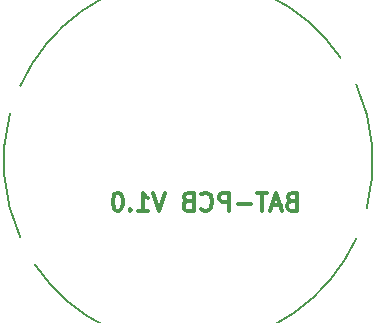
<source format=gbr>
%TF.GenerationSoftware,KiCad,Pcbnew,(6.0.7-1)-1*%
%TF.CreationDate,2023-11-13T05:29:29+10:00*%
%TF.ProjectId,BATT-PCB,42415454-2d50-4434-922e-6b696361645f,rev?*%
%TF.SameCoordinates,Original*%
%TF.FileFunction,Legend,Bot*%
%TF.FilePolarity,Positive*%
%FSLAX46Y46*%
G04 Gerber Fmt 4.6, Leading zero omitted, Abs format (unit mm)*
G04 Created by KiCad (PCBNEW (6.0.7-1)-1) date 2023-11-13 05:29:29*
%MOMM*%
%LPD*%
G01*
G04 APERTURE LIST*
%ADD10C,0.300000*%
%ADD11C,0.150000*%
G04 APERTURE END LIST*
D10*
X99741714Y-79902857D02*
X99527428Y-79974285D01*
X99456000Y-80045714D01*
X99384571Y-80188571D01*
X99384571Y-80402857D01*
X99456000Y-80545714D01*
X99527428Y-80617142D01*
X99670285Y-80688571D01*
X100241714Y-80688571D01*
X100241714Y-79188571D01*
X99741714Y-79188571D01*
X99598857Y-79260000D01*
X99527428Y-79331428D01*
X99456000Y-79474285D01*
X99456000Y-79617142D01*
X99527428Y-79760000D01*
X99598857Y-79831428D01*
X99741714Y-79902857D01*
X100241714Y-79902857D01*
X98813142Y-80260000D02*
X98098857Y-80260000D01*
X98956000Y-80688571D02*
X98456000Y-79188571D01*
X97956000Y-80688571D01*
X97670285Y-79188571D02*
X96813142Y-79188571D01*
X97241714Y-80688571D02*
X97241714Y-79188571D01*
X96313142Y-80117142D02*
X95170285Y-80117142D01*
X94456000Y-80688571D02*
X94456000Y-79188571D01*
X93884571Y-79188571D01*
X93741714Y-79260000D01*
X93670285Y-79331428D01*
X93598857Y-79474285D01*
X93598857Y-79688571D01*
X93670285Y-79831428D01*
X93741714Y-79902857D01*
X93884571Y-79974285D01*
X94456000Y-79974285D01*
X92098857Y-80545714D02*
X92170285Y-80617142D01*
X92384571Y-80688571D01*
X92527428Y-80688571D01*
X92741714Y-80617142D01*
X92884571Y-80474285D01*
X92956000Y-80331428D01*
X93027428Y-80045714D01*
X93027428Y-79831428D01*
X92956000Y-79545714D01*
X92884571Y-79402857D01*
X92741714Y-79260000D01*
X92527428Y-79188571D01*
X92384571Y-79188571D01*
X92170285Y-79260000D01*
X92098857Y-79331428D01*
X90956000Y-79902857D02*
X90741714Y-79974285D01*
X90670285Y-80045714D01*
X90598857Y-80188571D01*
X90598857Y-80402857D01*
X90670285Y-80545714D01*
X90741714Y-80617142D01*
X90884571Y-80688571D01*
X91456000Y-80688571D01*
X91456000Y-79188571D01*
X90956000Y-79188571D01*
X90813142Y-79260000D01*
X90741714Y-79331428D01*
X90670285Y-79474285D01*
X90670285Y-79617142D01*
X90741714Y-79760000D01*
X90813142Y-79831428D01*
X90956000Y-79902857D01*
X91456000Y-79902857D01*
X89027428Y-79188571D02*
X88527428Y-80688571D01*
X88027428Y-79188571D01*
X86741714Y-80688571D02*
X87598857Y-80688571D01*
X87170285Y-80688571D02*
X87170285Y-79188571D01*
X87313142Y-79402857D01*
X87456000Y-79545714D01*
X87598857Y-79617142D01*
X86098857Y-80545714D02*
X86027428Y-80617142D01*
X86098857Y-80688571D01*
X86170285Y-80617142D01*
X86098857Y-80545714D01*
X86098857Y-80688571D01*
X85098857Y-79188571D02*
X84956000Y-79188571D01*
X84813142Y-79260000D01*
X84741714Y-79331428D01*
X84670285Y-79474285D01*
X84598857Y-79760000D01*
X84598857Y-80117142D01*
X84670285Y-80402857D01*
X84741714Y-80545714D01*
X84813142Y-80617142D01*
X84956000Y-80688571D01*
X85098857Y-80688571D01*
X85241714Y-80617142D01*
X85313142Y-80545714D01*
X85384571Y-80402857D01*
X85456000Y-80117142D01*
X85456000Y-79760000D01*
X85384571Y-79474285D01*
X85313142Y-79331428D01*
X85241714Y-79260000D01*
X85098857Y-79188571D01*
D11*
%TO.C,U1*%
X78014516Y-85265113D02*
G75*
G03*
X105217929Y-83080311I12985484J8765113D01*
G01*
X106105988Y-80498642D02*
G75*
G03*
X105221462Y-70024661I-15105988J3998642D01*
G01*
X103885865Y-67743601D02*
G75*
G03*
X76789368Y-70114238I-12885865J-8756398D01*
G01*
X75894013Y-72501358D02*
G75*
G03*
X76778538Y-82975339I15105982J-3998642D01*
G01*
%TD*%
M02*

</source>
